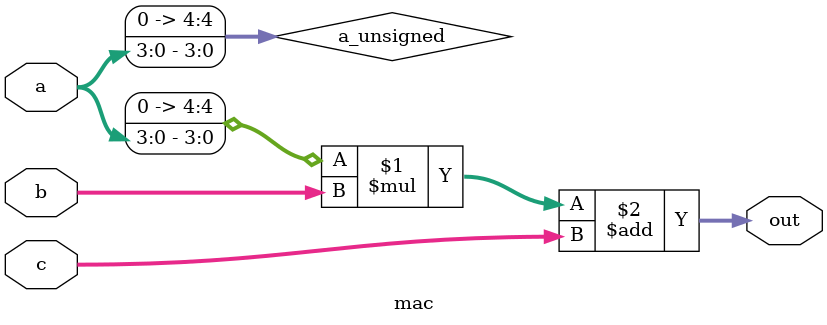
<source format=v>
module mac 
(out,
 a,
 b,
 c);

parameter bw = 4;
parameter psum_bw = 16;

output signed [psum_bw-1:0] out;
input [bw-1:0] a;   // activation
input signed [bw-1:0]  b;   // weight
input signed[psum_bw-1:0] c;    // psum

wire  signed [bw:0] a_unsigned;

assign a_unsigned = ({1'b0,a});
assign out = a_unsigned*b + c;


endmodule

</source>
